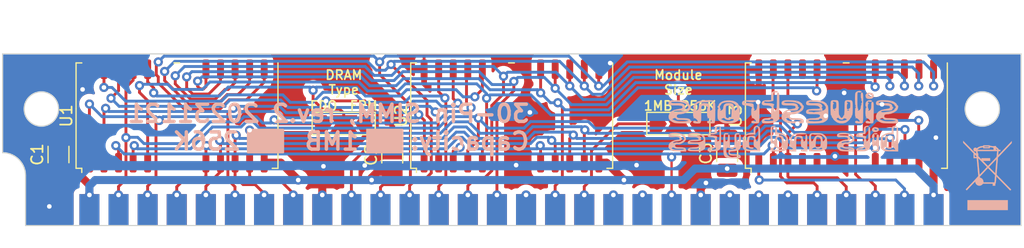
<source format=kicad_pcb>
(kicad_pcb (version 20240108) (generator "pcbnew") (generator_version "8.0")
  (layers (0 "F.Cu" signal) (31 "B.Cu" signal) (34 "B.Paste" user) (35 "F.Paste" user) (36 "B.SilkS" user "B.Silkscreen") (37 "F.SilkS" user "F.Silkscreen") (38 "B.Mask" user) (39 "F.Mask" user) (44 "Edge.Cuts" user))
  (net 0 "")
  (net 1 "VCC")
  (net 2 "GND")
  (net 3 "/~{CAS}")
  (net 4 "/DQ0")
  (net 5 "/A0")
  (net 6 "/A1")
  (net 7 "/DQ1")
  (net 8 "/A2")
  (net 9 "/A3")
  (net 10 "/DQ2")
  (net 11 "/A4")
  (net 12 "/A5")
  (net 13 "/DQ3")
  (net 14 "/A6")
  (net 15 "/A7")
  (net 16 "/DQ4")
  (net 17 "/A8")
  (net 18 "/A9")
  (net 19 "/A10")
  (net 20 "/DQ5")
  (net 21 "/~{WE}")
  (net 22 "/DQ6")
  (net 23 "/A11")
  (net 24 "/DQ7")
  (net 25 "/QP")
  (net 26 "/~{RAS}")
  (net 27 "/~{CASP}")
  (net 28 "/DP")
  (net 30 "/~{OE}")
  (net 31 "/CA9")
  (footprint "Silvestron Components:SIMM_30pin" (layer "F.Cu") (at 133.127034 89.8)
    (property "Reference" "J1" (hide yes))
    (property "Value" "Conn_01x30")
  )
  (footprint "Silvestron Components:SOJ-26-20_8.89x17.4mm_P1.27mm" (layer "F.Cu") (at 134.4185 81.588 90)
    (property "Reference" "U2")
    (property "Value" "DRAM_HY514400_1Mx4bit")
  )
  (footprint "Capacitor_SMD:C_1206_3216Metric" (layer "F.Cu") (at 153.2 84.875 90)
    (property "Reference" "C3")
    (property "Value" "100n")
  )
  (footprint "Jumper:SolderJumper-3_P2.0mm_Open_TrianglePad1.0x1.5mm" (layer "F.Cu") (at 119.766 82.3)
    (property "Reference" "JP1" (hide yes))
    (property "Value" "FPM/EDO hack")
  )
  (footprint "Capacitor_SMD:C_1206_3216Metric" (layer "F.Cu") (at 124 85 90)
    (property "Reference" "C2")
    (property "Value" "100n")
  )
  (footprint "Jumper:SolderJumper-3_P2.0mm_Open_TrianglePad1.0x1.5mm" (layer "F.Cu") (at 148.946 82.3)
    (property "Reference" "JP2" (hide yes))
    (property "Value" "256k/1m")
  )
  (footprint "Capacitor_SMD:C_1206_3216Metric" (layer "F.Cu") (at 94.9 84.975 90)
    (property "Reference" "C1")
    (property "Value" "100n")
  )
  (footprint "Silvestron Components:SOJ-26-20_8.89x17.4mm_P1.27mm" (layer "F.Cu") (at 105.2385 81.588 90)
    (property "Reference" "U1")
    (property "Value" "DRAM_HY514400_1Mx4bit")
  )
  (footprint "Silvestron Components:SOJ-26-20_8.89x17.4mm_P1.27mm" (layer "F.Cu") (at 163.5985 81.588 90)
    (property "Reference" "U3")
    (property "Value" "DRAM_TMS4C1024_1Mx1bit")
  )
  (footprint "Symbol:OSHW-Logo2_7.3x6mm_Copper" (layer "F.Cu") (at 175.4 85.6)
    (property "Reference" "REF**" (hide yes))
    (property "Value" "OSHW-Logo2_7.3x6mm_Copper" (hide yes))
  )
  (footprint "Symbol:WEEE-Logo_4.2x6mm_SilkScreen" (layer "B.Cu") (at 175.9 86.8 180)
    (property "Reference" "REF**" (hide yes))
    (property "Value" "WEEE-Logo_4.2x6mm_SilkScreen" (hide yes))
  )
  (footprint "Silvestron Components:sbab-logo-20x6mm" (layer "B.Cu") (at 158.1 82.368655 180)
    (property "Reference" "G***" (hide yes))
    (property "Value" "LOGO" (hide yes))
  )
  (gr_rect (start 111.4 82.8) (end 114.5 84.8) (stroke (width 0.15)) (fill solid) (layer "B.SilkS"))
  (gr_rect (start 121.8 82.8) (end 124.9 84.8) (stroke (width 0.15)) (fill solid) (layer "B.SilkS"))
  (gr_circle (center 93.407034 81.005) (end 91.907034 81.005) (stroke (width 0.1)) (fill none) (layer "Edge.Cuts"))
  (gr_arc (start 90.027034 84.815) (mid 91.441248 85.400786) (end 92.027034 86.815) (stroke (width 0.1)) (layer "Edge.Cuts"))
  (gr_line (start 178.827034 91.165) (end 92.027034 91.165) (stroke (width 0.1)) (layer "Edge.Cuts"))
  (gr_circle (center 175.447034 81.005) (end 176.947034 81.005) (stroke (width 0.1)) (fill none) (layer "Edge.Cuts"))
  (gr_line (start 92.027034 91.165) (end 92.027034 86.815) (stroke (width 0.1)) (layer "Edge.Cuts"))
  (gr_line (start 90.027034 84.815) (end 90.027034 76.2) (stroke (width 0.1)) (layer "Edge.Cuts"))
  (gr_line (start 178.827034 76.2) (end 90.027034 76.2) (stroke (width 0.1)) (layer "Edge.Cuts"))
  (gr_line (start 178.827034 91.165) (end 178.827034 76.2) (stroke (width 0.1)) (layer "Edge.Cuts"))
  (gr_text "30-Pin SIMM, rev.2 20231121\nCapacity:    1MB     256K" (at 136.1 84.7 0) (layer "B.SilkS") (effects (font (size 1.5 1.5) (thickness 0.3) (bold yes)) (justify left bottom mirror)))
  (gr_text "EDO" (at 116.727548 81.2 0) (layer "F.SilkS") (effects (font (size 0.8 0.8)) (justify left bottom)))
  (gr_text "256K" (at 150.696 81.2 0) (layer "F.SilkS") (effects (font (size 0.8 0.8)) (justify bottom)))
  (gr_text "DRAM\nType" (at 119.776 79.8 0) (layer "F.SilkS") (effects (font (size 0.8 0.8)) (justify bottom)))
  (gr_text "1MB" (at 145.850405 81.2 0) (layer "F.SilkS") (effects (font (size 0.8 0.8)) (justify left bottom)))
  (gr_text "FPM" (at 120.2085 81.2 0) (layer "F.SilkS") (effects (font (size 0.8 0.8)) (justify left bottom)))
  (gr_text "Module\nSize" (at 148.946 79.8 0) (layer "F.SilkS") (effects (font (size 0.8 0.8)) (justify bottom)))
  (segment (start 122.725 86.475) (end 122.2 87) (width 0.7) (layer "F.Cu") (net 1))
  (segment (start 153.2 86.35) (end 153.2 86.2) (width 0.7) (layer "F.Cu") (net 1))
  (segment (start 142.688 85.688) (end 142.066 85.688) (width 0.7) (layer "F.Cu") (net 1))
  (segment (start 96.425 86.45) (end 94.9 86.45) (width 0.7) (layer "F.Cu") (net 1))
  (segment (start 97.596 87.621) (end 96.425 86.45) (width 0.7) (layer "F.Cu") (net 1))
  (segment (start 124 86.475) (end 122.725 86.475) (width 0.7) (layer "F.Cu") (net 1))
  (segment (start 115.8 87.2) (end 114.288 85.688) (width 0.7) (layer "F.Cu") (net 1))
  (segment (start 97.596 88.5) (end 97.596 87.621) (width 0.7) (layer "F.Cu") (net 1))
  (segment (start 114.288 85.688) (end 112.836 85.688) (width 0.7) (layer "F.Cu") (net 1))
  (segment (start 171.196 85.688) (end 171.196 88.5) (width 0.7) (layer "F.Cu") (net 1))
  (segment (start 144.2 87.2) (end 142.688 85.688) (width 0.7) (layer "F.Cu") (net 1))
  (segment (start 122.2 87) (end 122.2 87.2) (width 0.7) (layer "F.Cu") (net 1))
  (via (at 122.2 87.2) (size 0.8) (drill 0.4) (layers "F.Cu" "B.Cu") (net 1))
  (via (at 115.8 87.2) (size 0.8) (drill 0.4) (layers "F.Cu" "B.Cu") (net 1))
  (via (at 171.196 88.5) (size 0.8) (drill 0.4) (layers "F.Cu" "B.Cu") (net 1))
  (via (at 97.596 88.5) (size 0.8) (drill 0.4) (layers "F.Cu" "B.Cu") (net 1))
  (via (at 153.2 86.2) (size 0.8) (drill 0.4) (layers "F.Cu" "B.Cu") (net 1))
  (via (at 144.2 87.2) (size 0.8) (drill 0.4) (layers "F.Cu" "B.Cu") (net 1))
  (segment (start 153.2 86.2) (end 169.7 86.2) (width 0.7) (layer "B.Cu") (net 1))
  (segment (start 169.7 86.2) (end 171.196 87.696) (width 0.7) (layer "B.Cu") (net 1))
  (segment (start 171.196 87.696) (end 171.196 88.5) (width 0.7) (layer "B.Cu") (net 1))
  (segment (start 98.1 87.2) (end 97.596 87.704) (width 0.7) (layer "B.Cu") (net 1))
  (segment (start 149.4 87.2) (end 150.4 86.2) (width 0.7) (layer "B.Cu") (net 1))
  (segment (start 115.8 87.2) (end 98.1 87.2) (width 0.7) (layer "B.Cu") (net 1))
  (segment (start 115.8 87.2) (end 124 87.2) (width 0.7) (layer "B.Cu") (net 1))
  (segment (start 150.4 86.2) (end 153.2 86.2) (width 0.7) (layer "B.Cu") (net 1))
  (segment (start 97.596 87.704) (end 97.596 88.5) (width 0.7) (layer "B.Cu") (net 1))
  (segment (start 124 87.2) (end 149.4 87.2) (width 0.7) (layer "B.Cu") (net 1))
  (segment (start 135.8 81.1) (end 136 81.3) (width 0.25) (layer "F.Cu") (net 2))
  (segment (start 117.899448 86.100552) (end 118 86) (width 0.7) (layer "F.Cu") (net 2))
  (segment (start 135.8 77.9) (end 135.8 81.1) (width 0.25) (layer "F.Cu") (net 2))
  (segment (start 126.776 77.538) (end 126.776 76.349) (width 0.25) (layer "F.Cu") (net 2))
  (segment (start 151.35 87.45) (end 150.892551 87.907449) (width 0.7) (layer "F.Cu") (net 2))
  (segment (start 150.892551 87.907449) (end 150.892551 88.5) (width 0.7) (layer "F.Cu") (net 2))
  (segment (start 117.899448 88.5) (end 117.899448 86.100552) (width 0.7) (layer "F.Cu") (net 2))
  (segment (start 134.225 76.325) (end 135.8 77.9) (width 0.25) (layer "F.Cu") (net 2))
  (segment (start 125.5 76.325) (end 134.225 76.325) (width 0.25) (layer "F.Cu") (net 2))
  (segment (start 124 83.525) (end 124 83.857204) (width 0.25) (layer "F.Cu") (net 2))
  (via (at 151.35 87.45) (size 0.8) (drill 0.4) (layers "F.Cu" "B.Cu") (net 2))
  (via (at 150.892551 88.5) (size 0.8) (drill 0.4) (layers "F.Cu" "B.Cu") (net 2))
  (via (at 162.6 85.1225) (size 0.8) (drill 0.4) (layers "F.Cu" "B.Cu") (net 2))
  (via (at 97 79.3) (size 0.8) (drill 0.4) (layers "F.Cu" "B.Cu") (net 2))
  (via (at 117.899448 88.5) (size 0.8) (drill 0.4) (layers "F.Cu" "B.Cu") (net 2))
  (via (at 145.3 85.9) (size 0.8) (drill 0.4) (layers "F.Cu" "B.Cu") (net 2))
  (via (at 94.1 89.5) (size 0.8) (drill 0.4) (layers "F.Cu" "B.Cu") (net 2))
  (via (at 155.9 80.4) (size 0.8) (drill 0.4) (layers "F.Cu" "B.Cu") (net 2))
  (via (at 134.8 85.9) (size 0.8) (drill 0.4) (layers "F.Cu" "B.Cu") (net 2))
  (via (at 163.4 79.6) (size 0.8) (drill 0.4) (layers "F.Cu" "B.Cu") (net 2))
  (via (at 118 86) (size 0.8) (drill 0.4) (layers "F.Cu" "B.Cu") (net 2))
  (via (at 121.6 85.928602) (size 0.8) (drill 0.4) (layers "F.Cu" "B.Cu") (net 2))
  (via (at 143 77) (size 0.8) (drill 0.4) (layers "F.Cu" "B.Cu") (net 2))
  (via (at 171.4 83.5) (size 0.8) (drill 0.4) (layers "F.Cu" "B.Cu") (net 2))
  (via (at 136 81.3) (size 0.8) (drill 0.4) (layers "F.Cu" "B.Cu") (net 2))
  (via (at 161.8 81.6) (size 0.8) (drill 0.4) (layers "F.Cu" "B.Cu") (net 2))
  (via (at 166.7 80.6) (size 0.8) (drill 0.4) (layers "F.Cu" "B.Cu") (net 2))
  (segment (start 101.406 78.494) (end 100.781 79.119) (width 0.25) (layer "F.Cu") (net 3))
  (segment (start 130.474031 77.649969) (end 130.586 77.538) (width 0.25) (layer "F.Cu") (net 3))
  (segment (start 130.869697 80.886831) (end 130.474031 80.491165) (width 0.25) (layer "F.Cu") (net 3))
  (segment (start 114.0515 82.3) (end 113.7 81.9485) (width 0.25) (layer "F.Cu") (net 3))
  (segment (start 100.781 83.5) (end 100.781 86.9) (width 0.25) (layer "F.Cu") (net 3))
  (segment (start 117.766 82.3) (end 114.0515 82.3) (width 0.25) (layer "F.Cu") (net 3))
  (segment (start 100.133931 87.766069) (end 100.781 87.119) (width 0.25) (layer "F.Cu") (net 3))
  (segment (start 101.406 77.538) (end 101.406 78.494) (width 0.25) (layer "F.Cu") (net 3))
  (segment (start 100.781 87.119) (end 100.781 86.9) (width 0.25) (layer "F.Cu") (net 3))
  (segment (start 100.781 79.119) (end 100.781 83.5) (width 0.25) (layer "F.Cu") (net 3))
  (segment (start 100.133931 88.5) (end 100.133931 87.766069) (width 0.25) (layer "F.Cu") (net 3))
  (segment (start 130.474031 80.491165) (end 130.474031 77.649969) (width 0.25) (layer "F.Cu") (net 3))
  (via (at 100.133931 88.5) (size 0.8) (drill 0.4) (layers "F.Cu" "B.Cu") (net 3))
  (via (at 130.869697 80.886831) (size 0.8) (drill 0.4) (layers "F.Cu" "B.Cu") (net 3))
  (via (at 100.781 83.5) (size 0.8) (drill 0.4) (layers "F.Cu" "B.Cu") (net 3))
  (via (at 113.7 81.9485) (size 0.8) (drill 0.4) (layers "F.Cu" "B.Cu") (net 3))
  (segment (start 114.3 82.223) (end 127.828988 82.223) (width 0.25) (layer "B.Cu") (net 3))
  (segment (start 101.805805 83.4735) (end 102.355305 84.023) (width 0.25) (layer "B.Cu") (net 3))
  (segment (start 108.140104 82.1235) (end 110.629299 82.1235) (width 0.25) (layer "B.Cu") (net 3))
  (segment (start 110.629299 82.1235) (end 111.079299 81.6735) (width 0.25) (layer "B.Cu") (net 3))
  (segment (start 130.533528 81.223) (end 130 81.223) (width 0.25) (layer "B.Cu") (net 3))
  (segment (start 128.828988 81.223) (end 130 81.223) (width 0.25) (layer "B.Cu") (net 3))
  (segment (start 112.7 82.223) (end 113 82.223) (width 0.25) (layer "B.Cu") (net 3))
  (segment (start 102.355305 84.023) (end 106.240604 84.023) (width 0.25) (layer "B.Cu") (net 3))
  (segment (start 114.3 82.223) (end 113.9745 82.223) (width 0.25) (layer "B.Cu") (net 3))
  (segment (start 130.869697 80.886831) (end 130.533528 81.223) (width 0.25) (layer "B.Cu") (net 3))
  (segment (start 111.079299 81.6735) (end 112.1505 81.6735) (width 0.25) (layer "B.Cu") (net 3))
  (segment (start 106.240604 84.023) (end 108.140104 82.1235) (width 0.25) (layer "B.Cu") (net 3))
  (segment (start 113.4255 82.223) (end 113.7 81.9485) (width 0.25) (layer "B.Cu") (net 3))
  (segment (start 100.8075 83.4735) (end 101.805805 83.4735) (width 0.25) (layer "B.Cu") (net 3))
  (segment (start 113.9745 82.223) (end 113.7 81.9485) (width 0.25) (layer "B.Cu") (net 3))
  (segment (start 100.781 83.5) (end 100.8075 83.4735) (width 0.25) (layer "B.Cu") (net 3))
  (segment (start 112.1505 81.6735) (end 112.7 82.223) (width 0.25) (layer "B.Cu") (net 3))
  (segment (start 130 81.223) (end 130.623 81.223) (width 0.25) (layer "B.Cu") (net 3))
  (segment (start 113 82.223) (end 113.4255 82.223) (width 0.25) (layer "B.Cu") (net 3))
  (segment (start 127.828988 82.223) (end 128.828988 81.223) (width 0.25) (layer "B.Cu") (net 3))
  (segment (start 102.671862 87.728138) (end 103.4 87) (width 0.25) (layer "F.Cu") (net 4))
  (segment (start 103.4 82.3) (end 103.7 82) (width 0.25) (layer "F.Cu") (net 4))
  (segment (start 126.306173 81.4985) (end 126.8 81.992327) (width 0.25) (layer "F.Cu") (net 4))
  (segment (start 126.8 81.992327) (end 126.8 85.664) (width 0.25) (layer "F.Cu") (net 4))
  (segment (start 97.596 80.5795) (end 97.596 85.688) (width 0.25) (layer "F.Cu") (net 4))
  (segment (start 97.6 80.5755) (end 97.596 80.5795) (width 0.25) (layer "F.Cu") (net 4))
  (segment (start 126.8 85.664) (end 126.776 85.688) (width 0.25) (layer "F.Cu") (net 4))
  (segment (start 103.4 87) (end 103.4 82.3) (width 0.25) (layer "F.Cu") (net 4))
  (segment (start 102.671862 88.5) (end 102.671862 87.728138) (width 0.25) (layer "F.Cu") (net 4))
  (via (at 103.7 82) (size 0.8) (drill 0.4) (layers "F.Cu" "B.Cu") (net 4))
  (via (at 102.671862 88.5) (size 0.8) (drill 0.4) (layers "F.Cu" "B.Cu") (net 4))
  (via (at 126.306173 81.4985) (size 0.8) (drill 0.4) (layers "F.Cu" "B.Cu") (net 4))
  (via (at 97.6 80.5755) (size 0.8) (drill 0.4) (layers "F.Cu" "B.Cu") (net 4))
  (segment (start 110.892903 81.2235) (end 114.000305 81.2235) (width 0.25) (layer "B.Cu") (net 4))
  (segment (start 110.4434 81.673003) (end 110.892903 81.2235) (width 0.25) (layer "B.Cu") (net 4))
  (segment (start 104.026997 81.673003) (end 110.4434 81.673003) (width 0.25) (layer "B.Cu") (net 4))
  (segment (start 103.7 82) (end 103.373003 81.673003) (width 0.25) (layer "B.Cu") (net 4))
  (segment (start 103.373003 81.673003) (end 98.697503 81.673003) (width 0.25) (layer "B.Cu") (net 4))
  (segment (start 103.7 82) (end 104.026997 81.673003) (width 0.25) (layer "B.Cu") (net 4))
  (segment (start 98.697503 81.673003) (end 97.6 80.5755) (width 0.25) (layer "B.Cu") (net 4))
  (segment (start 114.549805 81.773) (end 126.031673 81.773) (width 0.25) (layer "B.Cu") (net 4))
  (segment (start 114.000305 81.2235) (end 114.549805 81.773) (width 0.25) (layer "B.Cu") (net 4))
  (segment (start 126.031673 81.773) (end 126.306173 81.4985) (width 0.25) (layer "B.Cu") (net 4))
  (segment (start 105.209793 87.790207) (end 105.45 87.55) (width 0.25) (layer "F.Cu") (net 5))
  (segment (start 107.756 84.242) (end 107.8 84.198) (width 0.25) (layer "F.Cu") (net 5))
  (segment (start 107.756 85.688) (end 107.756 86.842) (width 0.25) (layer "F.Cu") (net 5))
  (segment (start 107.756 86.842) (end 107.2 87.398) (width 0.25) (layer "F.Cu") (net 5))
  (segment (start 107.756 85.688) (end 107.756 84.242) (width 0.25) (layer "F.Cu") (net 5))
  (segment (start 136.936 85.688) (end 136.936 84.234) (width 0.25) (layer "F.Cu") (net 5))
  (segment (start 107.2 87.398) (end 105.602 87.398) (width 0.25) (layer "F.Cu") (net 5))
  (segment (start 166.1 85.672) (end 166.116 85.688) (width 0.25) (layer "F.Cu") (net 5))
  (segment (start 105.602 87.398) (end 105.45 87.55) (width 0.25) (layer "F.Cu") (net 5))
  (segment (start 105.209793 88.5) (end 105.209793 87.790207) (width 0.25) (layer "F.Cu") (net 5))
  (segment (start 136.936 84.234) (end 136.9 84.198) (width 0.25) (layer "F.Cu") (net 5))
  (segment (start 166.1 84.398) (end 166.1 85.672) (width 0.25) (layer "F.Cu") (net 5))
  (via (at 107.8 84.198) (size 0.8) (drill 0.4) (layers "F.Cu" "B.Cu") (net 5))
  (via (at 166.1 84.398) (size 0.8) (drill 0.4) (layers "F.Cu" "B.Cu") (net 5))
  (via (at 105.209793 88.5) (size 0.8) (drill 0.4) (layers "F.Cu" "B.Cu") (net 5))
  (via (at 136.9 84.198) (size 0.8) (drill 0.4) (layers "F.Cu" "B.Cu") (net 5))
  (segment (start 136.625 84.473) (end 136.9 84.198) (width 0.25) (layer "B.Cu") (net 5))
  (segment (start 137.175 84.473) (end 155.799792 84.473) (width 0.25) (layer "B.Cu") (net 5))
  (segment (start 107.8 84.198) (end 108.075 84.473) (width 0.25) (layer "B.Cu") (net 5))
  (segment (start 108.075 84.473) (end 128.760968 84.473) (width 0.25) (layer "B.Cu") (net 5))
  (segment (start 128.760968 84.473) (end 129.760968 83.473) (width 0.25) (layer "B.Cu") (net 5))
  (segment (start 158.494052 84.398) (end 166.1 84.398) (width 0.25) (layer "B.Cu") (net 5))
  (segment (start 129.760968 83.473) (end 130.095007 83.473) (width 0.25) (layer "B.Cu") (net 5))
  (segment (start 157.569052 83.473) (end 158.494052 84.398) (width 0.25) (layer "B.Cu") (net 5))
  (segment (start 136.9 84.198) (end 137.175 84.473) (width 0.25) (layer "B.Cu") (net 5))
  (segment (start 156.799792 83.473) (end 157.569052 83.473) (width 0.25) (layer "B.Cu") (net 5))
  (segment (start 155.799792 84.473) (end 156.799792 83.473) (width 0.25) (layer "B.Cu") (net 5))
  (segment (start 130.095007 83.473) (end 131.095007 84.473) (width 0.25) (layer "B.Cu") (net 5))
  (segment (start 131.095007 84.473) (end 136.625 84.473) (width 0.25) (layer "B.Cu") (net 5))
  (segment (start 167.4 85.674) (end 167.386 85.688) (width 0.25) (layer "F.Cu") (net 6))
  (segment (start 107.747724 88.350276) (end 107.747724 87.752276) (width 0.25) (layer "F.Cu") (net 6))
  (segment (start 109.026 86.474) (end 109.026 85.688) (width 0.25) (layer "F.Cu") (net 6))
  (segment (start 167.4 83.498) (end 167.4 85.674) (width 0.25) (layer "F.Cu") (net 6))
  (segment (start 137.9 83.7475) (end 138.206 84.0535) (width 0.25) (layer "F.Cu") (net 6))
  (segment (start 107.747724 87.752276) (end 109.026 86.474) (width 0.25) (layer "F.Cu") (net 6))
  (segment (start 138.206 84.0535) (end 138.206 85.688) (width 0.25) (layer "F.Cu") (net 6))
  (segment (start 108.9465 83.7485) (end 109.026 83.828) (width 0.25) (layer "F.Cu") (net 6))
  (segment (start 109.026 83.828) (end 109.026 85.688) (width 0.25) (layer "F.Cu") (net 6))
  (via (at 108.9465 83.7485) (size 0.8) (drill 0.4) (layers "F.Cu" "B.Cu") (net 6))
  (via (at 137.9 83.7475) (size 0.8) (drill 0.4) (layers "F.Cu" "B.Cu") (net 6))
  (via (at 167.4 83.498) (size 0.8) (drill 0.4) (layers "F.Cu" "B.Cu") (net 6))
  (via (at 107.747724 88.5) (size 0.8) (drill 0.4) (layers "F.Cu" "B.Cu") (net 6))
  (segment (start 165.872695 83.6) (end 167.298 83.6) (width 0.25) (layer "B.Cu") (net 6))
  (segment (start 156.711896 82.9245) (end 157.656948 82.9245) (width 0.25) (layer "B.Cu") (net 6))
  (segment (start 167.298 83.6) (end 167.4 83.498) (width 0.25) (layer "B.Cu") (net 6))
  (segment (start 130.281403 83.023) (end 129.574572 83.023) (width 0.25) (layer "B.Cu") (net 6))
  (segment (start 131.281403 84.023) (end 130.281403 83.023) (width 0.25) (layer "B.Cu") (net 6))
  (segment (start 137.6255 83.473) (end 136.599695 83.473) (width 0.25) (layer "B.Cu") (net 6))
  (segment (start 136.599695 83.473) (end 136.049695 84.023) (width 0.25) (layer "B.Cu") (net 6))
  (segment (start 109.221 84.023) (end 108.9465 83.7485) (width 0.25) (layer "B.Cu") (net 6))
  (segment (start 165.524695 83.948) (end 165.872695 83.6) (width 0.25) (layer "B.Cu") (net 6))
  (segment (start 137.9 83.7475) (end 138.1755 84.023) (width 0.25) (layer "B.Cu") (net 6))
  (segment (start 128.574572 84.023) (end 109.221 84.023) (width 0.25) (layer "B.Cu") (net 6))
  (segment (start 155.613396 84.023) (end 156.711896 82.9245) (width 0.25) (layer "B.Cu") (net 6))
  (segment (start 138.1755 84.023) (end 155.613396 84.023) (width 0.25) (layer "B.Cu") (net 6))
  (segment (start 157.656948 82.9245) (end 158.680448 83.948) (width 0.25) (layer "B.Cu") (net 6))
  (segment (start 136.049695 84.023) (end 131.281403 84.023) (width 0.25) (layer "B.Cu") (net 6))
  (segment (start 158.680448 83.948) (end 165.524695 83.948) (width 0.25) (layer "B.Cu") (net 6))
  (segment (start 137.9 83.7475) (end 137.6255 83.473) (width 0.25) (layer "B.Cu") (net 6))
  (segment (start 129.574572 83.023) (end 128.574572 84.023) (width 0.25) (layer "B.Cu") (net 6))
  (segment (start 109.671 87.171) (end 110.285655 87.785655) (width 0.25) (layer "F.Cu") (net 7))
  (segment (start 110.143449 80.948356) (end 109.671 81.420805) (width 0.25) (layer "F.Cu") (net 7))
  (segment (start 110.285655 87.785655) (end 110.285655 88.5) (width 0.25) (layer "F.Cu") (net 7))
  (segment (start 127.755673 81.262576) (end 128 81.506903) (width 0.25) (layer "F.Cu") (net 7))
  (segment (start 109.671 81.420805) (end 109.671 87.171) (width 0.25) (layer "F.Cu") (net 7))
  (segment (start 98.866 81.090052) (end 98.866 85.688) (width 0.25) (layer "F.Cu") (net 7))
  (segment (start 128 81.506903) (end 128 85.642) (width 0.25) (layer "F.Cu") (net 7))
  (segment (start 99.007549 80.948503) (end 98.866 81.090052) (width 0.25) (layer "F.Cu") (net 7))
  (segment (start 128 85.642) (end 128.046 85.688) (width 0.25) (layer "F.Cu") (net 7))
  (via (at 99.007549 80.948503) (size 0.8) (drill 0.4) (layers "F.Cu" "B.Cu") (net 7))
  (via (at 110.143449 80.948356) (size 0.8) (drill 0.4) (layers "F.Cu" "B.Cu") (net 7))
  (via (at 110.285655 88.5) (size 0.8) (drill 0.4) (layers "F.Cu" "B.Cu") (net 7))
  (via (at 127.755673 81.262576) (size 0.8) (drill 0.4) (layers "F.Cu" "B.Cu") (net 7))
  (segment (start 125.456368 81.323) (end 114.736201 81.323) (width 0.25) (layer "B.Cu") (net 7))
  (segment (start 109.868802 81.223003) (end 110.143449 80.948356) (width 0.25) (layer "B.Cu") (net 7))
  (segment (start 99.007549 80.948503) (end 99.282049 81.223003) (width 0.25) (layer "B.Cu") (net 7))
  (segment (start 110.318305 80.7735) (end 110.143449 80.948356) (width 0.25) (layer "B.Cu") (net 7))
  (segment (start 99.282049 81.223003) (end 109.868802 81.223003) (width 0.25) (layer "B.Cu") (net 7))
  (segment (start 127.755673 81.262576) (end 127.266597 80.7735) (width 0.25) (layer "B.Cu") (net 7))
  (segment (start 126.005868 80.7735) (end 125.456368 81.323) (width 0.25) (layer "B.Cu") (net 7))
  (segment (start 114.186701 80.7735) (end 110.318305 80.7735) (width 0.25) (layer "B.Cu") (net 7))
  (segment (start 127.266597 80.7735) (end 126.005868 80.7735) (width 0.25) (layer "B.Cu") (net 7))
  (segment (start 114.736201 81.323) (end 114.186701 80.7735) (width 0.25) (layer "B.Cu") (net 7))
  (segment (start 112.823586 88.371586) (end 112.05 87.598) (width 0.25) (layer "F.Cu") (net 8))
  (segment (start 168.7 82.798) (end 168.7 85.644) (width 0.25) (layer "F.Cu") (net 8))
  (segment (start 112.05 87.598) (end 111 87.598) (width 0.25) (layer "F.Cu") (net 8))
  (segment (start 110.296 83.398) (end 110.296 85.688) (width 0.25) (layer "F.Cu") (net 8))
  (segment (start 168.7 85.644) (end 168.656 85.688) (width 0.25) (layer "F.Cu") (net 8))
  (segment (start 139.787936 83.2745) (end 139.476 83.586436) (width 0.25) (layer "F.Cu") (net 8))
  (segment (start 139.476 83.586436) (end 139.476 85.688) (width 0.25) (layer "F.Cu") (net 8))
  (segment (start 110.3955 83.2985) (end 110.296 83.398) (width 0.25) (layer "F.Cu") (net 8))
  (segment (start 111 87.598) (end 110.296 86.894) (width 0.25) (layer "F.Cu") (net 8))
  (segment (start 110.296 86.894) (end 110.296 85.688) (width 0.25) (layer "F.Cu") (net 8))
  (via (at 168.7 82.798) (size 0.8) (drill 0.4) (layers "F.Cu" "B.Cu") (net 8))
  (via (at 139.787936 83.2745) (size 0.8) (drill 0.4) (layers "F.Cu" "B.Cu") (net 8))
  (via (at 112.823586 88.5) (size 0.8) (drill 0.4) (layers "F.Cu" "B.Cu") (net 8))
  (via (at 110.3955 83.2985) (size 0.8) (drill 0.4) (layers "F.Cu" "B.Cu") (net 8))
  (segment (start 155.427 83.573) (end 156.5255 82.4745) (width 0.25) (layer "B.Cu") (net 8))
  (segment (start 156.5255 82.4745) (end 157.843344 82.4745) (width 0.25) (layer "B.Cu") (net 8))
  (segment (start 139.787936 83.2745) (end 140.086436 83.573) (width 0.25) (layer "B.Cu") (net 8))
  (segment (start 168.675 82.773) (end 168.7 82.798) (width 0.25) (layer "B.Cu") (net 8))
  (segment (start 139.787936 83.2745) (end 139.536436 83.023) (width 0.25) (layer "B.Cu") (net 8))
  (segment (start 166.063299 82.773) (end 168.675 82.773) (width 0.25) (layer "B.Cu") (net 8))
  (segment (start 128.388176 83.573) (end 110.67 83.573) (width 0.25) (layer "B.Cu") (net 8))
  (segment (start 129.388176 82.573) (end 128.388176 83.573) (width 0.25) (layer "B.Cu") (net 8))
  (segment (start 130.467799 82.573) (end 129.388176 82.573) (width 0.25) (layer "B.Cu") (net 8))
  (segment (start 158.866844 83.498) (end 165.338299 83.498) (width 0.25) (layer "B.Cu") (net 8))
  (segment (start 140.086436 83.573) (end 155.427 83.573) (width 0.25) (layer "B.Cu") (net 8))
  (segment (start 135.863299 83.573) (end 131.467799 83.573) (width 0.25) (layer "B.Cu") (net 8))
  (segment (start 131.467799 83.573) (end 130.467799 82.573) (width 0.25) (layer "B.Cu") (net 8))
  (segment (start 139.536436 83.023) (end 136.413299 83.023) (width 0.25) (layer "B.Cu") (net 8))
  (segment (start 110.67 83.573) (end 110.3955 83.2985) (width 0.25) (layer "B.Cu") (net 8))
  (segment (start 165.338299 83.498) (end 166.063299 82.773) (width 0.25) (layer "B.Cu") (net 8))
  (segment (start 136.413299 83.023) (end 135.863299 83.573) (width 0.25) (layer "B.Cu") (net 8))
  (segment (start 157.843344 82.4745) (end 158.866844 83.498) (width 0.25) (layer "B.Cu") (net 8))
  (segment (start 111.85 87.148) (end 111.566 86.864) (width 0.25) (layer "F.Cu") (net 9))
  (segment (start 140.789206 82.825388) (end 140.746 82.868594) (width 0.25) (layer "F.Cu") (net 9))
  (segment (start 169.9 81.998) (end 169.9 85.662) (width 0.25) (layer "F.Cu") (net 9))
  (segment (start 115.361517 88.359517) (end 114.15 87.148) (width 0.25) (layer "F.Cu") (net 9))
  (segment (start 169.9 85.662) (end 169.926 85.688) (width 0.25) (layer "F.Cu") (net 9))
  (segment (start 114.15 87.148) (end 111.85 87.148) (width 0.25) (layer "F.Cu") (net 9))
  (segment (start 111.566 82.8485) (end 111.566 85.688) (width 0.25) (layer "F.Cu") (net 9))
  (segment (start 140.746 82.868594) (end 140.746 85.688) (width 0.25) (layer "F.Cu") (net 9))
  (segment (start 111.566 86.864) (end 111.566 85.688) (width 0.25) (layer "F.Cu") (net 9))
  (via (at 111.566 82.8485) (size 0.8) (drill 0.4) (layers "F.Cu" "B.Cu") (net 9))
  (via (at 115.361517 88.5) (size 0.8) (drill 0.4) (layers "F.Cu" "B.Cu") (net 9))
  (via (at 140.789206 82.825388) (size 0.8) (drill 0.4) (layers "F.Cu" "B.Cu") (net 9))
  (via (at 169.9 81.998) (size 0.8) (drill 0.4) (layers "F.Cu" "B.Cu") (net 9))
  (segment (start 141.086818 83.123) (end 155.240604 83.123) (width 0.25) (layer "B.Cu") (net 9))
  (segment (start 155.240604 83.123) (end 156.339104 82.0245) (width 0.25) (layer "B.Cu") (net 9))
  (segment (start 165.151903 83.048) (end 166.201903 81.998) (width 0.25) (layer "B.Cu") (net 9))
  (segment (start 135.676903 83.123) (end 131.654195 83.123) (width 0.25) (layer "B.Cu") (net 9))
  (segment (start 156.339104 82.0245) (end 158.02974 82.0245) (width 0.25) (layer "B.Cu") (net 9))
  (segment (start 136.249903 82.55) (end 135.676903 83.123) (width 0.25) (layer "B.Cu") (net 9))
  (segment (start 159.05324 83.048) (end 165.151903 83.048) (width 0.25) (layer "B.Cu") (net 9))
  (segment (start 128.20178 83.123) (end 111.8405 83.123) (width 0.25) (layer "B.Cu") (net 9))
  (segment (start 140.789206 82.825388) (end 140.513818 82.55) (width 0.25) (layer "B.Cu") (net 9))
  (segment (start 131.654195 83.123) (end 130.654195 82.123) (width 0.25) (layer "B.Cu") (net 9))
  (segment (start 111.8405 83.123) (end 111.566 82.8485) (width 0.25) (layer "B.Cu") (net 9))
  (segment (start 140.513818 82.55) (end 136.249903 82.55) (width 0.25) (layer "B.Cu") (net 9))
  (segment (start 140.789206 82.825388) (end 141.086818 83.123) (width 0.25) (layer "B.Cu") (net 9))
  (segment (start 166.201903 81.998) (end 169.9 81.998) (width 0.25) (layer "B.Cu") (net 9))
  (segment (start 158.02974 82.0245) (end 159.05324 83.048) (width 0.25) (layer "B.Cu") (net 9))
  (segment (start 129.20178 82.123) (end 128.20178 83.123) (width 0.25) (layer "B.Cu") (net 9))
  (segment (start 130.654195 82.123) (end 129.20178 82.123) (width 0.25) (layer "B.Cu") (net 9))
  (segment (start 100.136 79.408331) (end 100.136 77.538) (width 0.25) (layer "F.Cu") (net 10))
  (segment (start 99.477798 80.066533) (end 100.136 79.408331) (width 0.25) (layer "F.Cu") (net 10))
  (segment (start 122.7 81.4) (end 122.7 83.5) (width 0.25) (layer "F.Cu") (net 10))
  (segment (start 120.437379 85.762621) (end 120.437379 88.5) (width 0.25) (layer "F.Cu") (net 10))
  (segment (start 129.713631 80.4985) (end 129.316 80.100869) (width 0.25) (layer "F.Cu") (net 10))
  (segment (start 121.599452 80.299452) (end 122.7 81.4) (width 0.25) (layer "F.Cu") (net 10))
  (segment (start 129.316 80.100869) (end 129.316 77.538) (width 0.25) (layer "F.Cu") (net 10))
  (segment (start 122.7 83.5) (end 120.437379 85.762621) (width 0.25) (layer "F.Cu") (net 10))
  (segment (start 118.224952 80.299452) (end 121.599452 80.299452) (width 0.25) (layer "F.Cu") (net 10))
  (via (at 118.224952 80.299452) (size 0.8) (drill 0.4) (layers "F.Cu" "B.Cu") (net 10))
  (via (at 129.713631 80.4985) (size 0.8) (drill 0.4) (layers "F.Cu" "B.Cu") (net 10))
  (via (at 99.477798 80.066533) (size 0.8) (drill 0.4) (layers "F.Cu" "B.Cu") (net 10))
  (via (at 120.437379 88.5) (size 0.8) (drill 0.4) (layers "F.Cu" "B.Cu") (net 10))
  (segment (start 125.819472 80.3235) (end 127.841902 80.3235) (width 0.25) (layer "B.Cu") (net 10))
  (segment (start 128.291402 80.773) (end 129.439131 80.773) (width 0.25) (layer "B.Cu") (net 10))
  (segment (start 109.418449 80.773003) (end 100.184268 80.773003) (width 0.25) (layer "B.Cu") (net 10))
  (segment (start 118.224952 80.299452) (end 118.7985 80.873) (width 0.25) (layer "B.Cu") (net 10))
  (segment (start 109.418449 80.648051) (end 109.418449 80.773003) (width 0.25) (layer "B.Cu") (net 10))
  (segment (start 114.922597 80.873) (end 114.272953 80.223356) (width 0.25) (layer "B.Cu") (net 10))
  (segment (start 118.224952 80.299452) (end 117.651404 80.873) (width 0.25) (layer "B.Cu") (net 10))
  (segment (start 127.841902 80.3235) (end 128.291402 80.773) (width 0.25) (layer "B.Cu") (net 10))
  (segment (start 118.7985 80.873) (end 125.269972 80.873) (width 0.25) (layer "B.Cu") (net 10))
  (segment (start 129.439131 80.773) (end 129.713631 80.4985) (width 0.25) (layer "B.Cu") (net 10))
  (segment (start 100.184268 80.773003) (end 99.477798 80.066533) (width 0.25) (layer "B.Cu") (net 10))
  (segment (start 109.843144 80.223356) (end 109.418449 80.648051) (width 0.25) (layer "B.Cu") (net 10))
  (segment (start 114.272953 80.223356) (end 109.843144 80.223356) (width 0.25) (layer "B.Cu") (net 10))
  (segment (start 117.651404 80.873) (end 114.922597 80.873) (width 0.25) (layer "B.Cu") (net 10))
  (segment (start 125.269972 80.873) (end 125.819472 80.3235) (width 0.25) (layer "B.Cu") (net 10))
  (segment (start 103.6 78.733751) (end 103.6 78.202518) (width 0.25) (layer "F.Cu") (net 11))
  (segment (start 122.97531 87.82469) (end 122.97531 88.5) (width 0.25) (layer "F.Cu") (net 11))
  (segment (start 123.2 87.6) (end 122.97531 87.82469) (width 0.25) (layer "F.Cu") (net 11))
  (segment (start 122.9 78) (end 125.581173 80.681173) (width 0.25) (layer "F.Cu") (net 11))
  (segment (start 105.915749 81.0495) (end 103.6 78.733751) (width 0.25) (layer "F.Cu") (net 11))
  (segment (start 125.581173 80.681173) (end 125.581173 86.982431) (width 0.25) (layer "F.Cu") (net 11))
  (segment (start 112.836 77.538) (end 112.836 78.664) (width 0.25) (layer "F.Cu") (net 11))
  (segment (start 125.581173 86.982431) (end 124.963604 87.6) (width 0.25) (layer "F.Cu") (net 11))
  (segment (start 109.792147 80.2) (end 108.942647 81.0495) (width 0.25) (layer "F.Cu") (net 11))
  (segment (start 103.429424 78.031942) (end 103.429424 77.070576) (width 0.25) (layer "F.Cu") (net 11))
  (segment (start 103.6 78.202518) (end 103.429424 78.031942) (width 0.25) (layer "F.Cu") (net 11))
  (segment (start 124.963604 87.6) (end 123.2 87.6) (width 0.25) (layer "F.Cu") (net 11))
  (segment (start 111.3 80.2) (end 109.792147 80.2) (width 0.25) (layer "F.Cu") (net 11))
  (segment (start 142 77.554) (end 142.016 77.538) (width 0.25) (layer "F.Cu") (net 11))
  (segment (start 142 79) (end 142 77.554) (width 0.25) (layer "F.Cu") (net 11))
  (segment (start 171.2 77.542) (end 171.196 77.538) (width 0.25) (layer "F.Cu") (net 11))
  (segment (start 171.2 79) (end 171.2 77.542) (width 0.25) (layer "F.Cu") (net 11))
  (segment (start 108.942647 81.0495) (end 105.915749 81.0495) (width 0.25) (layer "F.Cu") (net 11))
  (segment (start 103.429424 77.070576) (end 103.6 76.9) (width 0.25) (layer "F.Cu") (net 11))
  (segment (start 112.836 78.664) (end 111.3 80.2) (width 0.25) (layer "F.Cu") (net 11))
  (segment (start 122.9 76.9) (end 122.9 78) (width 0.25) (layer "F.Cu") (net 11))
  (via (at 122.97531 88.5) (size 0.8) (drill 0.4) (layers "F.Cu" "B.Cu") (net 11))
  (via (at 142 79) (size 0.8) (drill 0.4) (layers "F.Cu" "B.Cu") (net 11))
  (via (at 103.6 76.9) (size 0.8) (drill 0.4) (layers "F.Cu" "B.Cu") (net 11))
  (via (at 171.2 79) (size 0.8) (drill 0.4) (layers "F.Cu" "B.Cu") (net 11))
  (via (at 122.9 76.9) (size 0.8) (drill 0.4) (layers "F.Cu" "B.Cu") (net 11))
  (segment (start 171.2 79) (end 171.2 77.8) (width 0.25) (layer "B.Cu") (net 11))
  (segment (start 122.9 76.9) (end 123.4 76.4) (width 0.25) (layer "B.Cu") (net 11))
  (segment (start 139.4 76.4) (end 142 79) (width 0.25) (layer "B.Cu") (net 11))
  (segment (start 142.388909 79) (end 142 79) (width 0.25) (layer "B.Cu") (net 11))
  (segment (start 122.9 76.9) (end 122.4 76.4) (width 0.25) (layer "B.Cu") (net 11))
  (segment (start 170.3 76.9) (end 144.488909 76.9) (width 0.25) (layer "B.Cu") (net 11))
  (segment (start 171.2 77.8) (end 170.3 76.9) (width 0.25) (layer "B.Cu") (net 11))
  (segment (start 104.1 76.4) (end 103.6 76.9) (width 0.25) (layer "B.Cu") (net 11))
  (segment (start 123.4 76.4) (end 139.4 76.4) (width 0.25) (layer "B.Cu") (net 11))
  (segment (start 122.4 76.4) (end 104.1 76.4) (width 0.25) (layer "B.Cu") (net 11))
  (segment (start 144.488909 76.9) (end 142.388909 79) (width 0.25) (layer "B.Cu") (net 11))
  (segment (start 110.55 79.75) (end 109.605751 79.75) (width 0.25) (layer "F.Cu") (net 12))
  (segment (start 125.513241 87.686759) (end 125.513241 88.5) (width 0.25) (layer "F.Cu") (net 12))
  (segment (start 169.9 77.564) (end 169.926 77.538) (width 0.25) (layer "F.Cu") (net 12))
  (segment (start 169.9 79) (end 169.9 77.564) (width 0.25) (layer "F.Cu") (net 12))
  (segment (start 127.401 86.584751) (end 126.785751 87.2) (width 0.25) (layer "F.Cu") (net 12))
  (segment (start 127.030673 81.562881) (end 127.401 81.933208) (width 0.25) (layer "F.Cu") (net 12))
  (segment (start 126 87.2) (end 125.513241 87.686759) (width 0.25) (layer "F.Cu") (net 12))
  (segment (start 106.226708 80.5995) (end 104.154424 78.527216) (width 0.25) (layer "F.Cu") (net 12))
  (segment (start 123.893389 77.1245) (end 127.030673 80.261784) (width 0.25) (layer "F.Cu") (net 12))
  (segment (start 111.566 77.538) (end 111.566 78.734) (width 0.25) (layer "F.Cu") (net 12))
  (segment (start 140.746 79) (end 140.746 77.538) (width 0.25) (layer "F.Cu") (net 12))
  (segment (start 111.566 78.734) (end 110.55 79.75) (width 0.25) (layer "F.Cu") (net 12))
  (segment (start 127.401 81.933208) (end 127.401 86.584751) (width 0.25) (layer "F.Cu") (net 12))
  (segment (start 108.756251 80.5995) (end 106.226708 80.5995) (width 0.25) (layer "F.Cu") (net 12))
  (segment (start 104.154424 78.527216) (end 104.154424 77.731637) (width 0.25) (layer "F.Cu") (net 12))
  (segment (start 109.605751 79.75) (end 108.756251 80.5995) (width 0.25) (layer "F.Cu") (net 12))
  (segment (start 127.030673 80.261784) (end 127.030673 81.562881) (width 0.25) (layer "F.Cu") (net 12))
  (segment (start 126.785751 87.2) (end 126 87.2) (width 0.25) (layer "F.Cu") (net 12))
  (via (at 169.9 79) (size 0.8) (drill 0.4) (layers "F.Cu" "B.Cu") (net 12))
  (via (at 123.893389 77.1245) (size 0.8) (drill 0.4) (layers "F.Cu" "B.Cu") (net 12))
  (via (at 140.746 79) (size 0.8) (drill 0.4) (layers "F.Cu" "B.Cu") (net 12))
  (via (at 104.154424 77.731637) (size 0.8) (drill 0.4) (layers "F.Cu" "B.Cu") (net 12))
  (via (at 125.513241 88.5) (size 0.8) (drill 0.4) (layers "F.Cu" "B.Cu") (net 12))
  (segment (start 144.675305 77.35) (end 169.35 77.35) (width 0.25) (layer "B.Cu") (net 12))
  (segment (start 141.471 79.725) (end 142.300305 79.725) (width 0.25) (layer "B.Cu") (net 12))
  (segment (start 105.036061 76.85) (end 104.154424 77.731637) (width 0.25) (layer "B.Cu") (net 12))
  (segment (start 169.35 77.35) (end 169.9 77.9) (width 0.25) (layer "B.Cu") (net 12))
  (segment (start 123.392889 77.625) (end 122.599695 77.625) (width 0.25) (layer "B.Cu") (net 12))
  (segment (start 123.893389 77.1245) (end 123.392889 77.625) (width 0.25) (layer "B.Cu") (net 12))
  (segment (start 123.893389 77.1245) (end 124.167889 76.85) (width 0.25) (layer "B.Cu") (net 12))
  (segment (start 142.300305 79.725) (end 144.675305 77.35) (width 0.25) (layer "B.Cu") (net 12))
  (segment (start 122.599695 77.625) (end 121.824695 76.85) (width 0.25) (layer "B.Cu") (net 12))
  (segment (start 124.167889 76.85) (end 138.596 76.85) (width 0.25) (layer "B.Cu") (net 12))
  (segment (start 121.824695 76.85) (end 105.036061 76.85) (width 0.25) (layer "B.Cu") (net 12))
  (segment (start 169.9 77.9) (end 169.9 79) (width 0.25) (layer "B.Cu") (net 12))
  (segment (start 138.596 76.85) (end 140.746 79) (width 0.25) (layer "B.Cu") (net 12))
  (segment (start 140.746 79) (end 141.471 79.725) (width 0.25) (layer "B.Cu") (net 12))
  (segment (start 128.5915 80.0485) (end 128.046 79.503) (width 0.25) (layer "F.Cu") (net 13))
  (segment (start 128.5915 80.0485) (end 128.671 80.128) (width 0.25) (layer "F.Cu") (net 13))
  (segment (start 98.866 79.12125) (end 98.861241 79.126009) (width 0.25) (layer "F.Cu") (net 13))
  (segment (start 128.671 87.129) (end 128.051172 87.748828) (width 0.25) (layer "F.Cu") (net 13))
  (segment (start 98.866 77.538) (end 98.866 79.12125) (width 0.25) (layer "F.Cu") (net 13))
  (segment (start 128.671 80.128) (end 128.671 87.129) (width 0.25) (layer "F.Cu") (net 13))
  (segment (start 128.046 79.503) (end 128.046 77.538) (width 0.25) (layer "F.Cu") (net 13))
  (segment (start 128.051172 87.748828) (end 128.051172 88.5) (width 0.25) (layer "F.Cu") (net 13))
  (via (at 128.051172 88.5) (size 0.8) (drill 0.4) (layers "F.Cu" "B.Cu") (net 13))
  (via (at 128.5915 80.0485) (size 0.8) (drill 0.4) (layers "F.Cu" "B.Cu") (net 13))
  (via (at 98.861241 79.126009) (size 0.8) (drill 0.4) (layers "F.Cu" "B.Cu") (net 13))
  (segment (start 125.083576 80.423) (end 121.498306 80.423) (width 0.25) (layer "B.Cu") (net 13))
  (segment (start 125.633076 79.8735) (end 125.083576 80.423) (width 0.25) (layer "B.Cu") (net 13))
  (segment (start 99.562579 79.126009) (end 98.861241 79.126009) (width 0.25) (layer "B.Cu") (net 13))
  (segment (start 117.076805 80.423) (end 115.108993 80.423) (width 0.25) (layer "B.Cu") (net 13))
  (segment (start 114.459349 79.773356) (end 109.656748 79.773356) (width 0.25) (layer "B.Cu") (net 13))
  (segment (start 109.656748 79.773356) (end 109.107101 80.323003) (width 0.25) (layer "B.Cu") (net 13))
  (segment (start 121.498306 80.423) (end 120.625306 79.55) (width 0.25) (layer "B.Cu") (net 13))
  (segment (start 109.107101 80.323003) (end 100.759573 80.323003) (width 0.25) (layer "B.Cu") (net 13))
  (segment (start 117.949806 79.55) (end 117.076805 80.423) (width 0.25) (layer "B.Cu") (net 13))
  (segment (start 115.108993 80.423) (end 114.459349 79.773356) (width 0.25) (layer "B.Cu") (net 13))
  (segment (start 128.4165 79.8735) (end 125.633076 79.8735) (width 0.25) (layer "B.Cu") (net 13))
  (segment (start 100.759573 80.323003) (end 99.562579 79.126009) (width 0.25) (layer "B.Cu") (net 13))
  (segment (start 128.5915 80.0485) (end 128.4165 79.8735) (width 0.25) (layer "B.Cu") (net 13))
  (segment (start 120.625306 79.55) (end 117.949806 79.55) (width 0.25) (layer "B.Cu") (net 13))
  (segment (start 131.865751 87.2) (end 132.677034 86.388717) (width 0.25) (layer "F.Cu") (net 14))
  (segment (start 106.413104 80.1495) (end 105.080679 78.817075) (width 0.25) (layer "F.Cu") (net 14))
  (segment (start 132.677034 80.697662) (end 133.7 79.674696) (width 0.25) (layer "F.Cu") (net 14))
  (segment (start 133.7 79.674696) (end 133.7 78.1495) (width 0.25) (layer "F.Cu") (net 14))
  (segment (start 110.296 77.538) (end 110.296 78.696875) (width 0.25) (layer "F.Cu") (net 14))
  (segment (start 130.589103 87.710897) (end 131.1 87.2) (width 0.25) (layer "F.Cu") (net 14))
  (segment (start 130.589103 88.5) (end 130.589103 87.710897) (width 0.25) (layer "F.Cu") (net 14))
  (segment (start 109.692875 79.3) (end 109.419355 79.3) (width 0.25) (layer "F.Cu") (net 14))
  (segment (start 168.656 79) (end 168.656 77.538) (width 0.25) (layer "F.Cu") (net 14))
  (segment (start 109.419355 79.3) (end 108.569855 80.1495) (width 0.25) (layer "F.Cu") (net 14))
  (segment (start 108.569855 80.1495) (end 106.413104 80.1495) (width 0.25) (layer "F.Cu") (net 14))
  (segment (start 139.476 79) (end 139.476 77.538) (width 0.25) (layer "F.Cu") (net 14))
  (segment (start 110.296 78.696875) (end 109.692875 79.3) (width 0.25) (layer "F.Cu") (net 14))
  (segment (start 105.080679 78.817075) (end 105.080679 78.107214) (width 0.25) (layer "F.Cu") (net 14))
  (segment (start 132.677034 86.388717) (end 132.677034 80.697662) (width 0.25) (layer "F.Cu") (net 14))
  (segment (start 131.1 87.2) (end 131.865751 87.2) (width 0.25) (layer "F.Cu") (net 14))
  (via (at 133.7 78.1495) (size 0.8) (drill 0.4) (layers "F.Cu" "B.Cu") (net 14))
  (via (at 105.080679 78.107214) (size 0.8) (drill 0.4) (layers "F.Cu" "B.Cu") (net 14))
  (via (at 139.476 79) (size 0.8) (drill 0.4) (layers "F.Cu" "B.Cu") (net 14))
  (via (at 168.656 79) (size 0.8) (drill 0.4) (layers "F.Cu" "B.Cu") (net 14))
  (via (at 130.589103 88.5) (size 0.8) (drill 0.4) (layers "F.Cu" "B.Cu") (net 14))
  (segment (start 124.743194 77.3) (end 123.968193 78.075) (width 0.25) (layer "B.Cu") (net 14))
  (segment (start 168.656 78.356) (end 168.1 77.8) (width 0.25) (layer "B.Cu") (net 14))
  (segment (start 123.968193 78.075) (end 122.413299 78.075) (width 0.25) (layer "B.Cu") (net 14))
  (segment (start 138.276 77.8) (end 139.476 79) (width 0.25) (layer "B.Cu") (net 14))
  (segment (start 144.861701 77.8) (end 142.486701 80.175) (width 0.25) (layer "B.Cu") (net 14))
  (segment (start 133.7 78.1495) (end 134.0495 77.8) (width 0.25) (layer "B.Cu") (net 14))
  (segment (start 140.651 80.175) (end 139.476 79) (width 0.25) (layer "B.Cu") (net 14))
  (segment (start 122.413299 78.075) (end 121.638299 77.3) (width 0.25) (layer "B.Cu") (net 14))
  (segment (start 133.7 78.1495) (end 132.8505 77.3) (width 0.25) (layer "B.Cu") (net 14))
  (segment (start 134.0495 77.8) (end 138.276 77.8) (width 0.25) (layer "B.Cu") (net 14))
  (segment (start 132.8505 77.3) (end 124.743194 77.3) (width 0.25) (layer "B.Cu") (net 14))
  (segment (start 168.656 79) (end 168.656 78.356) (width 0.25) (layer "B.Cu") (net 14))
  (segment (start 121.638299 77.3) (end 105.887893 77.3) (width 0.25) (layer "B.Cu") (net 14))
  (segment (start 142.486701 80.175) (end 140.651 80.175) (width 0.25) (layer "B.Cu") (net 14))
  (segment (start 105.887893 77.3) (end 105.080679 78.107214) (width 0.25) (layer "B.Cu") (net 14))
  (segment (start 168.1 77.8) (end 144.861701 77.8) (width 0.25) (layer "B.Cu") (net 14))
  (segment (start 133.127034 80.884058) (end 133.127034 88.5) (width 0.25) (layer "F.Cu") (net 15))
  (segment (start 138.206 79.2) (end 138.206 77.538) (width 0.25) (layer "F.Cu") (net 15))
  (segment (start 109.026 78.674) (end 109.026 77.538) (width 0.25) (layer "F.Cu") (net 15))
  (segment (start 134.6 78.6005) (end 134.6 79.411092) (width 0.25) (layer "F.Cu") (net 15))
  (segment (start 108.0005 79.6995) (end 109.026 78.674) (width 0.25) (layer "F.Cu") (net 15))
  (segment (start 106.075491 78.203936) (end 106.075491 79.175491) (width 0.25) (layer "F.Cu") (net 15))
  (segment (start 167.386 79) (end 167.386 77.538) (width 0.25) (layer "F.Cu") (net 15))
  (segment (start 134.6 79.411092) (end 133.127034 80.884058) (width 0.25) (layer "F.Cu") (net 15))
  (segment (start 106.075491 79.175491) (end 106.5995 79.6995) (width 0.25) (layer "F.Cu") (net 15))
  (segment (start 106.5995 79.6995) (end 108.0005 79.6995) (width 0.25) (layer "F.Cu") (net 15))
  (via (at 134.6 78.6005) (size 0.8) (drill 0.4) (layers "F.Cu" "B.Cu") (net 15))
  (via (at 106.075491 78.203936) (size 0.8) (drill 0.4) (layers "F.Cu" "B.Cu") (net 15))
  (via (at 133.127034 88.5) (size 0.8) (drill 0.4) (layers "F.Cu" "B.Cu") (net 15))
  (via (at 138.206 79.2) (size 0.8) (drill 0.4) (layers "F.Cu" "B.Cu") (net 15))
  (via (at 167.386 79) (size 0.8) (drill 0.4) (layers "F.Cu" "B.Cu") (net 15))
  (segment (start 106.529427 77.75) (end 121.451903 77.75) (width 0.25) (layer "B.Cu") (net 15))
  (segment (start 139.631 80.625) (end 138.206 79.2) (width 0.25) (layer "B.Cu") (net 15))
  (segment (start 134.9505 78.25) (end 137.256 78.25) (width 0.25) (layer "B.Cu") (net 15))
  (segment (start 167.386 79) (end 167.386 78.486) (width 0.25) (layer "B.Cu") (net 15))
  (segment (start 134.6 78.6005) (end 134.9505 78.25) (width 0.25) (layer "B.Cu") (net 15))
  (segment (start 142.673097 80.625) (end 139.631 80.625) (width 0.25) (layer "B.Cu") (net 15))
  (segment (start 122.226903 78.525) (end 124.15459 78.525) (width 0.25) (layer "B.Cu") (net 15))
  (segment (start 124.92959 77.75) (end 131.575195 77.75) (width 0.25) (layer "B.Cu") (net 15))
  (segment (start 167.386 78.486) (end 167.15 78.25) (width 0.25) (layer "B.Cu") (net 15))
  (segment (start 134.326 78.8745) (end 134.6 78.6005) (width 0.25) (layer "B.Cu") (net 15))
  (segment (start 106.075491 78.203936) (end 106.529427 77.75) (width 0.25) (layer "B.Cu") (net 15))
  (segment (start 121.451903 77.75) (end 122.226903 78.525) (width 0.25) (layer "B.Cu") (net 15))
  (segment (start 132.699695 78.8745) (end 134.326 78.8745) (width 0.25) (layer "B.Cu") (net 15))
  (segment (start 167.15 78.25) (end 145.048097 78.25) (width 0.25) (layer "B.Cu") (net 15))
  (segment (start 131.575195 77.75) (end 132.699695 78.8745) (width 0.25) (layer "B.Cu") (net 15))
  (segment (start 124.15459 78.525) (end 124.92959 77.75) (width 0.25) (layer "B.Cu") (net 15))
  (segment (start 137.256 78.25) (end 138.206 79.2) (width 0.25) (layer "B.Cu") (net 15))
  (segment (start 145.048097 78.25) (end 142.673097 80.625) (width 0.25) (layer "B.Cu") (net 15))
  (via (at 135.664965 88.5) (size 0.8) (drill 0.4) (layers "F.Cu" "B.Cu") (net 16))
  (segment (start 107.5505 79.2495) (end 107.756 79.044) (width 0.25) (layer "F.Cu") (net 17))
  (segment (start 138.440701 80.459299) (end 138.831 80.849598) (width 0.25) (layer "F.Cu") (net 17))
  (segment (start 138.831 87.069) (end 138.202896 87.697104) (width 0.25) (layer "F.Cu") (net 17))
  (segment (start 107.033092 78.5755) (end 107.033092 79.033092) (width 0.25) (layer "F.Cu") (net 17))
  (segment (start 138.831 80.849598) (end 138.831 87.069) (width 0.25) (layer "F.Cu") (net 17))
  (segment (start 138.202896 87.697104) (end 138.202896 88.5) (width 0.25) (layer "F.Cu") (net 17))
  (segment (start 136.936 79.6) (end 136.936 77.538) (width 0.25) (layer "F.Cu") (net 17))
  (segment (start 107.2495 79.2495) (end 107.5505 79.2495) (width 0.25) (layer "F.Cu") (net 17))
  (segment (start 107.756 79.044) (end 107.756 77.538) (width 0.25) (layer "F.Cu") (net 17))
  (segment (start 166.1 77.554) (end 166.116 77.538) (width 0.25) (layer "F.Cu") (net 17))
  (segment (start 107.033092 79.033092) (end 107.2495 79.2495) (width 0.25) (layer "F.Cu") (net 17))
  (segment (start 166.1 79.0745) (end 166.1 77.554) (width 0.25) (layer "F.Cu") (net 17))
  (via (at 107.033092 78.5755) (size 0.8) (drill 0.4) (layers "F.Cu" "B.Cu") (net 17))
  (via (at 166.1 79.0745) (size 0.8) (drill 0.4) (layers "F.Cu" "B.Cu") (net 17))
  (via (at 138.440701 80.459299) (size 0.8) (drill 0.4) (layers "F.Cu" "B.Cu") (net 17))
  (via (at 136.936 79.6) (size 0.8) (drill 0.4) (layers "F.Cu" "B.Cu") (net 17))
  (via (at 138.202896 88.5) (size 0.8) (drill 0.4) (layers "F.Cu" "B.Cu") (net 17))
  (segment (start 122.040507 78.975) (end 124.340986 78.975) (width 0.25) (layer "B.Cu") (net 17))
  (segment (start 137.795299 80.459299) (end 136.936 79.6) (width 0.25) (layer "B.Cu") (net 17))
  (segment (start 138.440701 80.459299) (end 139.056402 81.075) (width 0.25) (layer "B.Cu") (net 17))
  (segment (start 131.546791 78.357993) (end 132.513798 79.325) (width 0.25) (layer "B.Cu") (net 17))
  (segment (start 142.859493 81.075) (end 145.234493 78.7) (width 0.25) (layer "B.Cu") (net 17))
  (segment (start 165.7255 78.7) (end 166.1 79.0745) (width 0.25) (layer "B.Cu") (net 17))
  (segment (start 124.957993 78.357993) (end 131.546791 78.357993) (width 0.25) (layer "B.Cu") (net 17))
  (segment (start 124.340986 78.975) (end 124.957993 78.357993) (width 0.25) (layer "B.Cu") (net 17))
  (segment (start 138.440701 80.459299) (end 137.795299 80.459299) (width 0.25) (layer "B.Cu") (net 17))
  (segment (start 132.513798 79.325) (end 136.661 79.325) (width 0.25) (layer "B.Cu") (net 17))
  (segment (start 145.234493 78.7) (end 165.7255 78.7) (width 0.25) (layer "B.Cu") (net 17))
  (segment (start 107.033092 78.5755) (end 107.408592 78.2) (width 0.25) (layer "B.Cu") (net 17))
  (segment (start 107.408592 78.2) (end 121.265507 78.2) (width 0.25) (layer "B.Cu") (net 17))
  (segment (start 136.661 79.325) (end 136.936 79.6) (width 0.25) (layer "B.Cu") (net 17))
  (segment (start 121.265507 78.2) (end 122.040507 78.975) (width 0.25) (layer "B.Cu") (net 17))
  (segment (start 139.056402 81.075) (end 142.859493 81.075) (width 0.25) (layer "B.Cu") (net 17))
  (segment (start 101.962572 78.957819) (end 101.962572 79.562572) (width 0.25) (layer "F.Cu") (net 18))
  (segment (start 161.036 79.3885) (end 161 79.4245) (width 0.25) (layer "F.Cu") (net 18))
  (segment (start 132.227034 80.066943) (end 132.227034 84.172966) (width 0.25) (layer "F.Cu") (net 18))
  (segment (start 148.946 79.4705) (end 148.9 79.4245) (width 0.25) (layer "F.Cu") (net 18))
  (segment (start 148.946 82.3) (end 148.946 79.4705) (width 0.25) (layer "F.Cu") (net 18))
  (segment (start 101.962572 79.562572) (end 102.676 80.276) (width 0.25) (layer "F.Cu") (net 18))
  (segment (start 161.036 77.538) (end 161.036 79.3885) (width 0.25) (layer "F.Cu") (net 18))
  (segment (start 102.676 80.276) (end 102.676 85.688) (width 0.25) (layer "F.Cu") (net 18))
  (segment (start 131.856 84.544) (end 131.856 85.688) (width 0.25) (layer "F.Cu") (net 18))
  (segment (start 132.227034 84.172966) (end 131.856 84.544) (width 0.25) (layer "F.Cu") (net 18))
  (via (at 148.9 79.4245) (size 0.8) (drill 0.4) (layers "F.Cu" "B.Cu") (net 18))
  (via (at 101.962572 78.957819) (size 0.8) (drill 0.4) (layers "F.Cu" "B.Cu") (net 18))
  (via (at 132.227034 80.066943) (size 0.8) (drill 0.4) (layers "F.Cu" "B.Cu") (net 18))
  (via (at 161 79.4245) (size 0.8) (drill 0.4) (layers "F.Cu" "B.Cu") (net 18))
  (segment (start 131.360395 78.807993) (end 125.144389 78.807993) (width 0.25) (layer "B.Cu") (net 18))
  (segment (start 124.527382 79.425) (end 121.854111 79.425) (width 0.25) (layer "B.Cu") (net 18))
  (segment (start 125.144389 78.807993) (end 124.527382 79.425) (width 0.25) (layer "B.Cu") (net 18))
  (segment (start 143.045888 81.525) (end 144.235444 80.335444) (width 0.25) (layer "B.Cu") (net 18))
  (segment (start 102.070391 78.85) (end 101.962572 78.957819) (width 0.25) (layer "B.Cu") (net 18))
  (segment (start 137.835695 81.525) (end 141.2 81.525) (width 0.25) (layer "B.Cu") (net 18))
  (segment (start 132.227034 80.066943) (end 132.518977 79.775) (width 0.25) (layer "B.Cu") (net 18))
  (segment (start 148.9 79.4245) (end 149.1745 79.15) (width 0.25) (layer "B.Cu") (net 18))
  (segment (start 132.518977 79.775) (end 136.085696 79.775) (width 0.25) (layer "B.Cu") (net 18))
  (segment (start 104.422389 78.85) (end 102.070391 78.85) (width 0.25) (layer "B.Cu") (net 18))
  (segment (start 148.6255 79.15) (end 148.9 79.4245) (width 0.25) (layer "B.Cu") (net 18))
  (segment (start 104.872889 79.3005) (end 104.422389 78.85) (width 0.25) (layer "B.Cu") (net 18))
  (segment (start 132.227034 80.066943) (end 132.227034 79.674632) (width 0.25) (layer "B.Cu") (net 18))
  (segment (start 144.235444 80.335444) (end 145.420889 79.15) (width 0.25) (layer "B.Cu") (net 18))
  (segment (start 121.854111 79.425) (end 121.079111 78.65) (width 0.25) (layer "B.Cu") (net 18))
  (segment (start 108.1 78.65) (end 107.4495 79.3005) (width 0.25) (layer "B.Cu") (net 18))
  (segment (start 132.227034 79.674632) (end 131.360395 78.807993) (width 0.25) (layer "B.Cu") (net 18))
  (segment (start 141.2 81.525) (end 143.045888 81.525) (width 0.25) (layer "B.Cu") (net 18))
  (segment (start 149.1745 79.15) (end 160.7255 79.15) (width 0.25) (layer "B.Cu") (net 18))
  (segment (start 148.6255 79.15) (end 145.420889 79.15) (width 0.25) (layer "B.Cu") (net 18))
  (segment (start 107.4495 79.3005) (end 104.872889 79.3005) (width 0.25) (layer "B.Cu") (net 18))
  (segment (start 160.7255 79.15) (end 161 79.4245) (width 0.25) (layer "B.Cu") (net 18))
  (segment (start 136.085696 79.775) (end 137.835695 81.525) (width 0.25) (layer "B.Cu") (net 18))
  (segment (start 121.079111 78.65) (end 108.1 78.65) (width 0.25) (layer "B.Cu") (net 18))
  (via (at 143.278758 88.5) (size 0.8) (drill 0.4) (layers "F.Cu" "B.Cu") (net 19))
  (via (at 145.816689 88.5) (size 0.8) (drill 0.4) (layers "F.Cu" "B.Cu") (net 20))
  (segment (start 129.912638 84.346635) (end 129.653365 84.346635) (width 0.25) (layer "F.Cu") (net 21))
  (segment (start 100.136 84.434) (end 100.136 85.688) (width 0.25) (layer "F.Cu") (net 21))
  (segment (start 129.316 84.684) (end 129.316 85.688) (width 0.25) (layer "F.Cu") (net 21))
  (segment (start 157.1265 84.198) (end 157.226 84.2975) (width 0.25) (layer "F.Cu") (net 21))
  (segment (start 99.9 84.198) (end 100.136 84.434) (width 0.25) (layer "F.Cu") (net 21))
  (segment (start 148.35462 88.5) (end 148.35462 85.1975) (width 0.2) (layer "F.Cu") (net 21))
  (segment (start 129.653365 84.346635) (end 129.316 84.684) (width 0.25) (layer "F.Cu") (net 21))
  (segment (start 157.226 84.2975) (end 157.226 85.688) (width 0.25) (layer "F.Cu") (net 21))
  (via (at 99.9 84.198) (size 0.8) (drill 0.4) (layers "F.Cu" "B.Cu") (net 21))
  (via (at 148.35462 85.1975) (size 0.8) (drill 0.4) (layers "F.Cu" "B.Cu") (net 21))
  (via (at 157.1265 84.198) (size 0.8) (drill 0.4) (layers "F.Cu" "B.Cu") (net 21))
  (via (at 129.912638 84.346635) (size 0.8) (drill 0.4) (layers "F.Cu" "B.Cu") (net 21))
  (via (at 148.35462 88.5) (size 0.8) (drill 0.4) (layers "F.Cu" "B.Cu") (net 21))
  (segment (start 99.9 84.198) (end 100.625 84.923) (width 0.25) (layer "B.Cu") (net 21))
  (segment (start 100.625 84.923) (end 129.4 84.923) (width 0.25) (layer "B.Cu") (net 21))
  (segment (start 156.4015 84.923) (end 149.4 84.923) (width 0.25) (layer "B.Cu") (net 21))
  (segment (start 148.35462 84.96838) (end 148.4 84.923) (width 0.25) (layer "B.Cu") (net 21))
  (segment (start 147.6 84.923) (end 148.08012 84.923) (width 0.25) (layer "B.Cu") (net 21))
  (segment (start 129.912638 84.346635) (end 129.4 84.859273) (width 0.25) (layer "B.Cu") (net 21))
  (segment (start 148.62912 84.923) (end 148.35462 85.1975) (width 0.25) (layer "B.Cu") (net 21))
  (segment (start 148.08012 84.923) (end 148.35462 85.1975) (width 0.25) (layer "B.Cu") (net 21))
  (segment (start 129.4 84.859273) (end 129.4 84.923) (width 0.25) (layer "B.Cu") (net 21))
  (segment (start 149.4 84.923) (end 148.62912 84.923) (width 0.25) (layer "B.Cu") (net 21))
  (segment (start 157.1265 84.198) (end 156.4015 84.923) (width 0.25) (layer "B.Cu") (net 21))
  (segment (start 129.4 84.923) (end 147.6 84.923) (width 0.25) (layer "B.Cu") (net 21))
  (via (at 153.430482 88.5) (size 0.8) (drill 0.4) (layers "F.Cu" "B.Cu") (net 22))
  (via (at 155.968413 88.5) (size 0.8) (drill 0.4) (layers "F.Cu" "B.Cu") (net 23))
  (via (at 158.506344 88.5) (size 0.8) (drill 0.4) (layers "F.Cu" "B.Cu") (net 24))
  (segment (start 161.044275 87.744275) (end 160.75 87.45) (width 0.25) (layer "F.Cu") (net 25))
  (segment (start 157.2 80.7) (end 157.2 77.564) (width 0.25) (layer "F.Cu") (net 25))
  (segment (start 157.2 77.564) (end 157.226 77.538) (width 0.25) (layer "F.Cu") (net 25))
  (segment (start 160.75 87.45) (end 158.415604 87.45) (width 0.25) (layer "F.Cu") (net 25))
  (segment (start 158.415604 87.45) (end 157.851 86.885396) (width 0.25) (layer "F.Cu") (net 25))
  (segment (start 157.851 81.351) (end 157.2 80.7) (width 0.25) (layer "F.Cu") (net 25))
  (segment (start 157.851 86.885396) (end 157.851 81.351) (width 0.25) (layer "F.Cu") (net 25))
  (segment (start 161.044275 88.5) (end 161.044275 87.744275) (width 0.25) (layer "F.Cu") (net 25))
  (via (at 161.044275 88.5) (size 0.8) (drill 0.4) (layers "F.Cu" "B.Cu") (net 25))
  (segment (start 158.602 87) (end 162.8 87) (width 0.25) (layer "F.Cu") (net 26))
  (segment (start 101.5055 84.1985) (end 101.406 84.298) (width 0.25) (layer "F.Cu") (net 26))
  (segment (start 159.326669 82.296831) (end 158.496 83.1275) (width 0.25) (layer "F.Cu") (net 26))
  (segment (start 158.496 83.1275) (end 158.496 85.688) (width 0.25) (layer "F.Cu") (net 26))
  (segment (start 158.496 85.688) (end 158.496 86.894) (width 0.25) (layer "F.Cu") (net 26))
  (segment (start 130.586 84.614) (end 130.586 85.688) (width 0.25) (layer "F.Cu") (net 26))
  (segment (start 158.496 86.894) (end 158.602 87) (width 0.25) (layer "F.Cu") (net 26))
  (segment (start 101.406 84.298) (end 101.406 85.688) (width 0.25) (layer "F.Cu") (net 26))
  (segment (start 162.8 87) (end 163.582206 87.782206) (width 0.25) (layer "F.Cu") (net 26))
  (segment (start 131.502534 81.8) (end 131.502534 83.697466) (width 0.25) (layer "F.Cu") (net 26))
  (segment (start 131.502534 83.697466) (end 130.586 84.614) (width 0.25) (layer "F.Cu") (net 26))
  (segment (start 163.582206 87.782206) (end 163.582206 88.5) (width 0.25) (layer "F.Cu") (net 26))
  (via (at 163.582206 88.5) (size 0.8) (drill 0.4) (layers "F.Cu" "B.Cu") (net 26))
  (via (at 101.5055 84.1985) (size 0.8) (drill 0.4) (layers "F.Cu" "B.Cu") (net 26))
  (via (at 159.326669 82.296831) (size 0.8) (drill 0.4) (layers "F.Cu" "B.Cu") (net 26))
  (via (at 131.502534 81.8) (size 0.8) (drill 0.4) (layers "F.Cu" "B.Cu") (net 26))
  (segment (start 132.375534 82.673) (end 135.490507 82.673) (width 0.25) (layer "B.Cu") (net 26))
  (segment (start 141.1 82.1) (end 141.673 82.673) (width 0.25) (layer "B.Cu") (net 26))
  (segment (start 128.015384 82.673) (end 112.415806 82.673) (width 0.25) (layer "B.Cu") (net 26))
  (segment (start 131.375534 81.673) (end 129.015384 81.673) (width 0.25) (layer "B.Cu") (net 26))
  (segment (start 131.502534 81.8) (end 131.375534 81.673) (width 0.25) (layer "B.Cu") (net 26))
  (segment (start 131.502534 81.8) (end 132.375534 82.673) (width 0.25) (layer "B.Cu") (net 26))
  (segment (start 135.490507 82.673) (end 136.063507 82.1) (width 0.25) (layer "B.Cu") (net 26))
  (segment (start 158.216136 81.5745) (end 158.938467 82.296831) (width 0.25) (layer "B.Cu") (net 26))
  (segment (start 156.1255 81.5745) (end 158.216136 81.5745) (width 0.25) (layer "B.Cu") (net 26))
  (segment (start 129.015384 81.673) (end 128.015384 82.673) (width 0.25) (layer "B.Cu") (net 26))
  (segment (start 106.427 84.473) (end 101.78 84.473) (width 0.25) (layer "B.Cu") (net 26))
  (segment (start 101.78 84.473) (end 101.5055 84.1985) (width 0.25) (layer "B.Cu") (net 26))
  (segment (start 111.265695 82.1235) (end 110.815695 82.5735) (width 0.25) (layer "B.Cu") (net 26))
  (segment (start 112.415806 82.673) (end 111.866305 82.1235) (width 0.25) (layer "B.Cu") (net 26))
  (segment (start 111.866305 82.1235) (end 111.265695 82.1235) (width 0.25) (layer "B.Cu") (net 26))
  (segment (start 155.027 82.673) (end 156.1255 81.5745) (width 0.25) (layer "B.Cu") (net 26))
  (segment (start 141.673 82.673) (end 155.027 82.673) (width 0.25) (layer "B.Cu") (net 26))
  (segment (start 108.3265 82.5735) (end 106.427 84.473) (width 0.25) (layer "B.Cu") (net 26))
  (segment (start 136.063507 82.1) (end 141.1 82.1) (width 0.25) (layer "B.Cu") (net 26))
  (segment (start 110.815695 82.5735) (end 108.3265 82.5735) (width 0.25) (layer "B.Cu") (net 26))
  (segment (start 158.938467 82.296831) (end 159.326669 82.296831) (width 0.25) (layer "B.Cu") (net 26))
  (segment (start 158.496 80.096) (end 159 80.6) (width 0.25) (layer "F.Cu") (net 27))
  (segment (start 164.9 87.2) (end 165.6 87.2) (width 0.25) (layer "F.Cu") (net 27))
  (segment (start 164.1 80.6) (end 164.4 80.9) (width 0.25) (layer "F.Cu") (net 27))
  (segment (start 164.4 86.7) (end 164.9 87.2) (width 0.25) (layer "F.Cu") (net 27))
  (segment (start 165.6 87.2) (end 166.120137 87.720137) (width 0.25) (layer "F.Cu") (net 27))
  (segment (start 158.496 77.538) (end 158.496 80.096) (width 0.25) (layer "F.Cu") (net 27))
  (segment (start 159 80.6) (end 164.1 80.6) (width 0.25) (layer "F.Cu") (net 27))
  (segment (start 164.4 80.9) (end 164.4 86.7) (width 0.25) (layer "F.Cu") (net 27))
  (segment (start 166.120137 87.720137) (end 166.120137 88.5) (width 0.25) (layer "F.Cu") (net 27))
  (via (at 166.120137 88.5) (size 0.8) (drill 0.4) (layers "F.Cu" "B.Cu") (net 27))
  (segment (start 155.956 87.154) (end 156 87.198) (width 0.25) (layer "F.Cu") (net 28))
  (segment (start 155.956 85.688) (end 155.956 87.154) (width 0.25) (layer "F.Cu") (net 28))
  (via (at 168.658068 88.5) (size 0.8) (drill 0.4) (layers "F.Cu" "B.Cu") (net 28))
  (via (at 156 87.198) (size 0.8) (drill 0.4) (layers "F.Cu" "B.Cu") (net 28))
  (segment (start 167.9 87.198) (end 156 87.198) (width 0.25) (layer "B.Cu") (net 28))
  (segment (start 168.658068 87.956068) (end 167.9 87.198) (width 0.25) (layer "B.Cu") (net 28))
  (segment (start 168.658068 88.5) (end 168.658068 87.956068) (width 0.25) (layer "B.Cu") (net 28))
  (segment (start 119.424452 81.024452) (end 119.766 81.366) (width 0.25) (layer "F.Cu") (net 30))
  (segment (start 131.856 79.286176) (end 131.856 77.538) (width 0.25) (layer "F.Cu") (net 30))
  (segment (start 102.676 78.645942) (end 102.676 77.538) (width 0.25) (layer "F.Cu") (net 30))
  (segment (start 119.766 81.366) (end 119.766 82.3) (width 0.25) (layer "F.Cu") (net 30))
  (segment (start 117.1 80.2) (end 117.924452 81.024452) (width 0.25) (layer "F.Cu") (net 30))
  (segment (start 117.924452 81.024452) (end 119.424452 81.024452) (width 0.25) (layer "F.Cu") (net 30))
  (segment (start 117.1 79.3745) (end 117.1 80.2) (width 0.25) (layer "F.Cu") (net 30))
  (segment (start 103.2 79.598503) (end 103.2 79.169942) (width 0.25) (layer "F.Cu") (net 30))
  (segment (start 131.199031 79.943145) (end 131.856 79.286176) (width 0.25) (layer "F.Cu") (net 30))
  (segment (start 103.2 79.169942) (end 102.676 78.645942) (width 0.25) (layer "F.Cu") (net 30))
  (via (at 131.199031 79.943145) (size 0.8) (drill 0.4) (layers "F.Cu" "B.Cu") (net 30))
  (via (at 103.2 79.598503) (size 0.8) (drill 0.4) (layers "F.Cu" "B.Cu") (net 30))
  (via (at 117.1 79.3745) (size 0.8) (drill 0.4) (layers "F.Cu" "B.Cu") (net 30))
  (segment (start 121.667715 79.875) (end 120.892715 79.1) (width 0.25) (layer "B.Cu") (net 30))
  (segment (start 130.183581 79.943145) (end 129.563936 79.3235) (width 0.25) (layer "B.Cu") (net 30))
  (segment (start 124.713778 79.875) (end 121.667715 79.875) (width 0.25) (layer "B.Cu") (net 30))
  (segment (start 108.920705 79.873003) (end 109.693708 79.1) (width 0.25) (layer "B.Cu") (net 30))
  (segment (start 109.693708 79.1) (end 116.2 79.1) (width 0.25) (layer "B.Cu") (net 30))
  (segment (start 116.2 79.1) (end 116.8255 79.1) (width 0.25) (layer "B.Cu") (net 30))
  (segment (start 129.563936 79.3235) (end 125.265278 79.3235) (width 0.25) (layer "B.Cu") (net 30))
  (segment (start 103.2 79.598503) (end 103.4745 79.873003) (width 0.25) (layer "B.Cu") (net 30))
  (segment (start 116.8255 79.1) (end 117.1 79.3745) (width 0.25) (layer "B.Cu") (net 30))
  (segment (start 117.3745 79.1) (end 117.1 79.3745) (width 0.25) (layer "B.Cu") (net 30))
  (segment (start 120.892715 79.1) (end 117.3745 79.1) (width 0.25) (layer "B.Cu") (net 30))
  (segment (start 125.265278 79.3235) (end 124.713778 79.875) (width 0.25) (layer "B.Cu") (net 30))
  (segment (start 131.199031 79.943145) (end 130.183581 79.943145) (width 0.25) (layer "B.Cu") (net 30))
  (segment (start 103.4745 79.873003) (end 108.920705 79.873003) (width 0.25) (layer "B.Cu") (net 30))
  (segment (start 143.7 82.3) (end 141.371 84.629) (width 0.25) (layer "F.Cu") (net 31))
  (segment (start 141.371 84.629) (end 141.371 87.129) (width 0.25) (layer "F.Cu") (net 31))
  (segment (start 141.371 87.129) (end 140.740827 87.759173) (width 0.25) (layer "F.Cu") (net 31))
  (segment (start 140.740827 87.759173) (end 140.740827 88.5) (width 0.25) (layer "F.Cu") (net 31))
  (segment (start 146.946 82.3) (end 143.7 82.3) (width 0.25) (layer "F.Cu") (net 31))
  (via (at 140.740827 88.5) (size 0.8) (drill 0.4) (layers "F.Cu" "B.Cu") (net 31))
  (zone (net 2) (net_name "GND") (layer "F.Cu") (connect_pads (clearance 0.5)) (min_thickness 0.25) (fill yes (thermal_gap 0.5) (thermal_bridge_width 0.5))
    (polygon (pts (xy 89.8 75.9) (xy 89.8 91.4) (xy 179.1 91.4) (xy 179.1 75.9)))
  )
  (zone (net 2) (net_name "GND") (layer "B.Cu") (connect_pads (clearance 0.5)) (min_thickness 0.25) (fill yes (thermal_gap 0.5) (thermal_bridge_width 0.5))
    (polygon (pts (xy 89.8 75.9) (xy 89.8 91.4) (xy 179.1 91.4) (xy 179.1 75.9)))
  )
)
</source>
